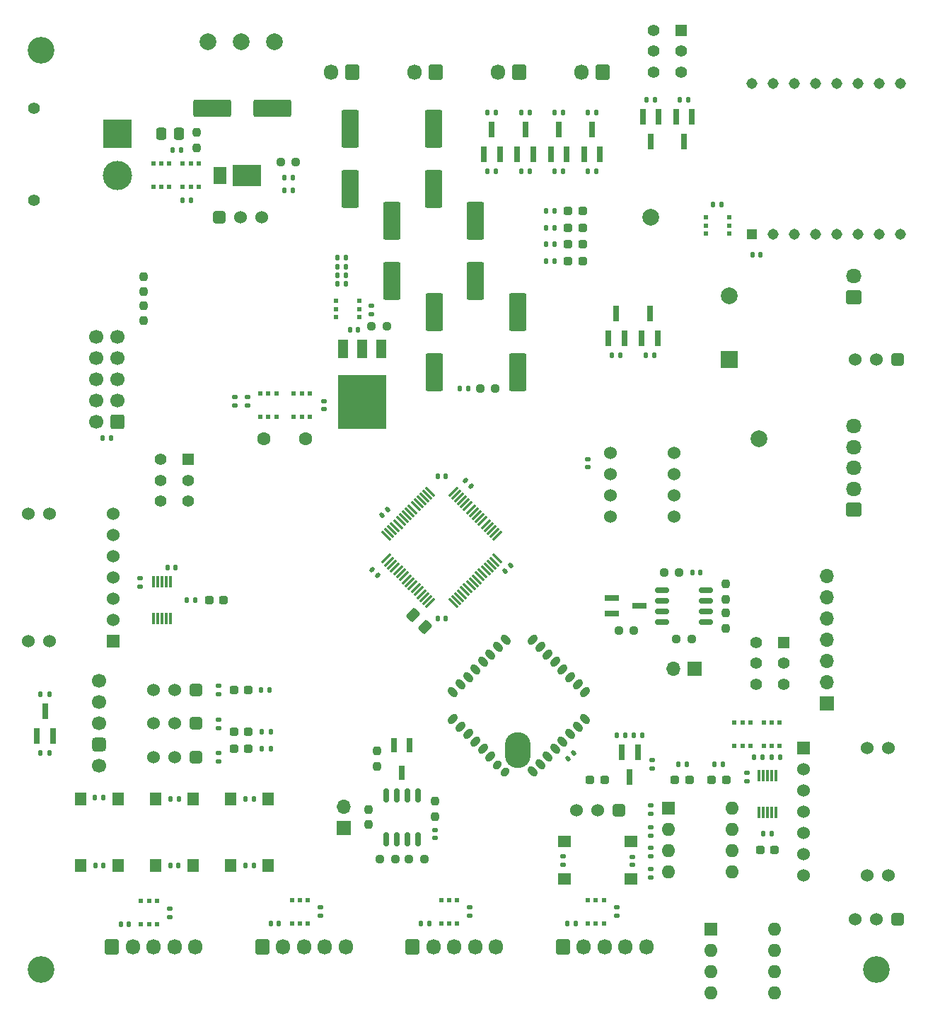
<source format=gbr>
%TF.GenerationSoftware,KiCad,Pcbnew,(6.0.11)*%
%TF.CreationDate,2023-09-12T01:08:27+09:00*%
%TF.ProjectId,Main,4d61696e-2e6b-4696-9361-645f70636258,rev?*%
%TF.SameCoordinates,Original*%
%TF.FileFunction,Soldermask,Top*%
%TF.FilePolarity,Negative*%
%FSLAX46Y46*%
G04 Gerber Fmt 4.6, Leading zero omitted, Abs format (unit mm)*
G04 Created by KiCad (PCBNEW (6.0.11)) date 2023-09-12 01:08:27*
%MOMM*%
%LPD*%
G01*
G04 APERTURE LIST*
G04 Aperture macros list*
%AMRoundRect*
0 Rectangle with rounded corners*
0 $1 Rounding radius*
0 $2 $3 $4 $5 $6 $7 $8 $9 X,Y pos of 4 corners*
0 Add a 4 corners polygon primitive as box body*
4,1,4,$2,$3,$4,$5,$6,$7,$8,$9,$2,$3,0*
0 Add four circle primitives for the rounded corners*
1,1,$1+$1,$2,$3*
1,1,$1+$1,$4,$5*
1,1,$1+$1,$6,$7*
1,1,$1+$1,$8,$9*
0 Add four rect primitives between the rounded corners*
20,1,$1+$1,$2,$3,$4,$5,0*
20,1,$1+$1,$4,$5,$6,$7,0*
20,1,$1+$1,$6,$7,$8,$9,0*
20,1,$1+$1,$8,$9,$2,$3,0*%
%AMHorizOval*
0 Thick line with rounded ends*
0 $1 width*
0 $2 $3 position (X,Y) of the first rounded end (center of the circle)*
0 $4 $5 position (X,Y) of the second rounded end (center of the circle)*
0 Add line between two ends*
20,1,$1,$2,$3,$4,$5,0*
0 Add two circle primitives to create the rounded ends*
1,1,$1,$2,$3*
1,1,$1,$4,$5*%
G04 Aperture macros list end*
%ADD10RoundRect,0.135000X-0.185000X0.135000X-0.185000X-0.135000X0.185000X-0.135000X0.185000X0.135000X0*%
%ADD11RoundRect,0.381000X-0.381000X0.381000X-0.381000X-0.381000X0.381000X-0.381000X0.381000X0.381000X0*%
%ADD12C,1.524000*%
%ADD13RoundRect,0.140000X-0.140000X-0.170000X0.140000X-0.170000X0.140000X0.170000X-0.140000X0.170000X0*%
%ADD14RoundRect,0.140000X-0.219203X-0.021213X-0.021213X-0.219203X0.219203X0.021213X0.021213X0.219203X0*%
%ADD15R,0.800000X1.900000*%
%ADD16RoundRect,0.135000X-0.135000X-0.185000X0.135000X-0.185000X0.135000X0.185000X-0.135000X0.185000X0*%
%ADD17RoundRect,0.140000X0.140000X0.170000X-0.140000X0.170000X-0.140000X-0.170000X0.140000X-0.170000X0*%
%ADD18RoundRect,0.250000X0.600000X0.675000X-0.600000X0.675000X-0.600000X-0.675000X0.600000X-0.675000X0*%
%ADD19O,1.700000X1.850000*%
%ADD20C,2.000000*%
%ADD21RoundRect,0.135000X0.135000X0.185000X-0.135000X0.185000X-0.135000X-0.185000X0.135000X-0.185000X0*%
%ADD22RoundRect,0.140000X-0.170000X0.140000X-0.170000X-0.140000X0.170000X-0.140000X0.170000X0.140000X0*%
%ADD23R,1.600000X1.400000*%
%ADD24RoundRect,0.237500X-0.250000X-0.237500X0.250000X-0.237500X0.250000X0.237500X-0.250000X0.237500X0*%
%ADD25RoundRect,0.135000X0.185000X-0.135000X0.185000X0.135000X-0.185000X0.135000X-0.185000X-0.135000X0*%
%ADD26RoundRect,0.250001X-0.799999X1.999999X-0.799999X-1.999999X0.799999X-1.999999X0.799999X1.999999X0*%
%ADD27RoundRect,0.140000X0.170000X-0.140000X0.170000X0.140000X-0.170000X0.140000X-0.170000X-0.140000X0*%
%ADD28R,0.620000X0.575000*%
%ADD29R,1.700000X1.700000*%
%ADD30O,1.700000X1.700000*%
%ADD31RoundRect,0.250001X-1.999999X-0.799999X1.999999X-0.799999X1.999999X0.799999X-1.999999X0.799999X0*%
%ADD32RoundRect,0.237500X-0.287500X-0.237500X0.287500X-0.237500X0.287500X0.237500X-0.287500X0.237500X0*%
%ADD33RoundRect,0.237500X-0.237500X0.250000X-0.237500X-0.250000X0.237500X-0.250000X0.237500X0.250000X0*%
%ADD34RoundRect,0.237500X0.237500X-0.250000X0.237500X0.250000X-0.237500X0.250000X-0.237500X-0.250000X0*%
%ADD35RoundRect,0.140000X0.021213X-0.219203X0.219203X-0.021213X-0.021213X0.219203X-0.219203X0.021213X0*%
%ADD36R,1.600000X1.600000*%
%ADD37O,1.600000X1.600000*%
%ADD38C,3.200000*%
%ADD39RoundRect,0.237500X0.250000X0.237500X-0.250000X0.237500X-0.250000X-0.237500X0.250000X-0.237500X0*%
%ADD40RoundRect,0.250000X-0.600000X-0.675000X0.600000X-0.675000X0.600000X0.675000X-0.600000X0.675000X0*%
%ADD41RoundRect,0.250001X0.799999X-1.999999X0.799999X1.999999X-0.799999X1.999999X-0.799999X-1.999999X0*%
%ADD42RoundRect,0.237500X0.287500X0.237500X-0.287500X0.237500X-0.287500X-0.237500X0.287500X-0.237500X0*%
%ADD43R,1.400000X1.400000*%
%ADD44C,1.400000*%
%ADD45RoundRect,0.250000X0.675000X-0.600000X0.675000X0.600000X-0.675000X0.600000X-0.675000X-0.600000X0*%
%ADD46O,1.850000X1.700000*%
%ADD47RoundRect,0.140000X-0.021213X0.219203X-0.219203X0.021213X0.021213X-0.219203X0.219203X-0.021213X0*%
%ADD48RoundRect,0.140000X0.219203X0.021213X0.021213X0.219203X-0.219203X-0.021213X-0.021213X-0.219203X0*%
%ADD49R,1.200000X2.200000*%
%ADD50R,5.800000X6.400000*%
%ADD51R,1.524000X1.524000*%
%ADD52RoundRect,0.250000X0.600000X0.600000X-0.600000X0.600000X-0.600000X-0.600000X0.600000X-0.600000X0*%
%ADD53C,1.700000*%
%ADD54RoundRect,0.381000X0.381000X-0.381000X0.381000X0.381000X-0.381000X0.381000X-0.381000X-0.381000X0*%
%ADD55R,1.800000X0.800000*%
%ADD56R,0.800000X1.800000*%
%ADD57R,3.400000X2.600000*%
%ADD58R,1.500000X2.000000*%
%ADD59R,0.300000X1.400000*%
%ADD60R,1.400000X1.600000*%
%ADD61RoundRect,0.075000X-0.548008X0.441942X0.441942X-0.548008X0.548008X-0.441942X-0.441942X0.548008X0*%
%ADD62RoundRect,0.075000X-0.548008X-0.441942X-0.441942X-0.548008X0.548008X0.441942X0.441942X0.548008X0*%
%ADD63RoundRect,0.150000X-0.150000X0.675000X-0.150000X-0.675000X0.150000X-0.675000X0.150000X0.675000X0*%
%ADD64R,3.500000X3.500000*%
%ADD65C,3.500000*%
%ADD66R,0.575000X0.620000*%
%ADD67RoundRect,0.425000X0.425000X0.425000X-0.425000X0.425000X-0.425000X-0.425000X0.425000X-0.425000X0*%
%ADD68R,2.000000X2.000000*%
%ADD69RoundRect,0.250000X0.574524X0.097227X0.097227X0.574524X-0.574524X-0.097227X-0.097227X-0.574524X0*%
%ADD70R,1.308000X1.308000*%
%ADD71C,1.308000*%
%ADD72O,3.100000X4.300000*%
%ADD73HorizOval,0.900000X-0.176777X0.176777X0.176777X-0.176777X0*%
%ADD74HorizOval,0.900000X0.176777X0.176777X-0.176777X-0.176777X0*%
%ADD75HorizOval,0.900000X0.106066X0.106066X-0.106066X-0.106066X0*%
%ADD76RoundRect,0.250000X-0.337500X-0.475000X0.337500X-0.475000X0.337500X0.475000X-0.337500X0.475000X0*%
%ADD77C,1.600000*%
%ADD78RoundRect,0.150000X-0.675000X-0.150000X0.675000X-0.150000X0.675000X0.150000X-0.675000X0.150000X0*%
G04 APERTURE END LIST*
D10*
%TO.C,R47*%
X125210000Y-134860000D03*
X125210000Y-135880000D03*
%TD*%
D11*
%TO.C,SW5*%
X173130000Y-145670000D03*
D12*
X170590000Y-145670000D03*
X168050000Y-145670000D03*
%TD*%
D13*
%TO.C,C2*%
X191450000Y-139340000D03*
X192410000Y-139340000D03*
%TD*%
D14*
%TO.C,C27*%
X154764499Y-106216786D03*
X155443321Y-106895608D03*
%TD*%
D10*
%TO.C,R26*%
X128680000Y-96230000D03*
X128680000Y-97250000D03*
%TD*%
D15*
%TO.C,Q6*%
X175390000Y-138740000D03*
X173490000Y-138740000D03*
X174440000Y-141740000D03*
%TD*%
D16*
%TO.C,R56*%
X180430000Y-60740000D03*
X181450000Y-60740000D03*
%TD*%
D17*
%TO.C,C35*%
X114488656Y-159352000D03*
X113528656Y-159352000D03*
%TD*%
D18*
%TO.C,J14*%
X161190000Y-57390001D03*
D19*
X158690000Y-57390001D03*
%TD*%
D20*
%TO.C,TP4*%
X189940000Y-101240000D03*
%TD*%
D17*
%TO.C,C37*%
X150420000Y-159240000D03*
X149460000Y-159240000D03*
%TD*%
D21*
%TO.C,R46*%
X120450000Y-144330000D03*
X119430000Y-144330000D03*
%TD*%
D22*
%TO.C,C7*%
X115830000Y-117952164D03*
X115830000Y-118912164D03*
%TD*%
D23*
%TO.C,SW4*%
X166590000Y-149420000D03*
X174590000Y-149420000D03*
X166590000Y-153920000D03*
X174590000Y-153920000D03*
%TD*%
D20*
%TO.C,TP2*%
X131940000Y-53740000D03*
%TD*%
D24*
%TO.C,R74*%
X173115000Y-124240000D03*
X174940000Y-124240000D03*
%TD*%
D15*
%TO.C,Q16*%
X177890000Y-62740000D03*
X175990000Y-62740000D03*
X176940000Y-65740000D03*
%TD*%
D21*
%TO.C,R49*%
X129450000Y-144330000D03*
X128430000Y-144330000D03*
%TD*%
D16*
%TO.C,R8*%
X103930000Y-131830000D03*
X104950000Y-131830000D03*
%TD*%
D17*
%TO.C,C33*%
X129420000Y-152330000D03*
X128460000Y-152330000D03*
%TD*%
D24*
%TO.C,R78*%
X180027500Y-125240000D03*
X181852500Y-125240000D03*
%TD*%
D25*
%TO.C,R33*%
X176940000Y-153750000D03*
X176940000Y-152730000D03*
%TD*%
D26*
%TO.C,C14*%
X145940000Y-75140000D03*
X145940000Y-82340000D03*
%TD*%
D20*
%TO.C,TP5*%
X123940000Y-53740000D03*
%TD*%
D27*
%TO.C,C34*%
X151170000Y-149010000D03*
X151170000Y-148050000D03*
%TD*%
D28*
%TO.C,Q11*%
X134230000Y-98628000D03*
X135180000Y-98628000D03*
X136130000Y-98628000D03*
X136130000Y-95852000D03*
X135180000Y-95852000D03*
X134230000Y-95852000D03*
%TD*%
D16*
%TO.C,R51*%
X130430000Y-138330000D03*
X131450000Y-138330000D03*
%TD*%
%TO.C,R42*%
X180225000Y-140240000D03*
X181245000Y-140240000D03*
%TD*%
D25*
%TO.C,R23*%
X177140000Y-140750000D03*
X177140000Y-139730000D03*
%TD*%
D29*
%TO.C,JP3*%
X140170000Y-147805000D03*
D30*
X140170000Y-145265000D03*
%TD*%
D28*
%TO.C,Q18*%
X133990000Y-159240000D03*
X134940000Y-159240000D03*
X135890000Y-159240000D03*
X135890000Y-156464000D03*
X134940000Y-156464000D03*
X133990000Y-156464000D03*
%TD*%
D20*
%TO.C,TP1*%
X127940000Y-53740000D03*
%TD*%
D21*
%TO.C,R12*%
X104950000Y-138830000D03*
X103930000Y-138830000D03*
%TD*%
D31*
%TO.C,C9*%
X124489998Y-61740000D03*
X131689998Y-61740000D03*
%TD*%
D13*
%TO.C,C23*%
X151460000Y-122740000D03*
X152420000Y-122740000D03*
%TD*%
D32*
%TO.C,D16*%
X127065000Y-138330000D03*
X128815000Y-138330000D03*
%TD*%
D25*
%TO.C,R21*%
X166440000Y-152250000D03*
X166440000Y-151230000D03*
%TD*%
D33*
%TO.C,R11*%
X116240000Y-85327500D03*
X116240000Y-87152500D03*
%TD*%
D34*
%TO.C,R55*%
X151170000Y-146442500D03*
X151170000Y-144617500D03*
%TD*%
D32*
%TO.C,D13*%
X179860000Y-142040000D03*
X181610000Y-142040000D03*
%TD*%
D35*
%TO.C,C30*%
X144800589Y-110379411D03*
X145479411Y-109700589D03*
%TD*%
D25*
%TO.C,R59*%
X137400000Y-158362000D03*
X137400000Y-157342000D03*
%TD*%
D17*
%TO.C,C36*%
X132440000Y-159240000D03*
X131480000Y-159240000D03*
%TD*%
D36*
%TO.C,SW13*%
X184140000Y-159940000D03*
D37*
X184140000Y-162480000D03*
X184140000Y-165020000D03*
X184140000Y-167560000D03*
X191760000Y-167560000D03*
X191760000Y-165020000D03*
X191760000Y-162480000D03*
X191760000Y-159940000D03*
%TD*%
D21*
%TO.C,R28*%
X140450000Y-80680000D03*
X139430000Y-80680000D03*
%TD*%
D38*
%TO.C,H4*%
X103940000Y-164740000D03*
%TD*%
D22*
%TO.C,C32*%
X169440000Y-103700000D03*
X169440000Y-104660000D03*
%TD*%
D35*
%TO.C,C24*%
X167013223Y-139493223D03*
X167692045Y-138814401D03*
%TD*%
D25*
%TO.C,R64*%
X172850000Y-158362000D03*
X172850000Y-157342000D03*
%TD*%
D16*
%TO.C,R38*%
X110430000Y-144180000D03*
X111450000Y-144180000D03*
%TD*%
%TO.C,R41*%
X154122718Y-95240000D03*
X155142718Y-95240000D03*
%TD*%
D15*
%TO.C,Q13*%
X175890000Y-89240000D03*
X177790000Y-89240000D03*
X176840000Y-86240000D03*
%TD*%
D36*
%TO.C,SW6*%
X179100000Y-145440000D03*
D37*
X179100000Y-147980000D03*
X179100000Y-150520000D03*
X179100000Y-153060000D03*
X186720000Y-153060000D03*
X186720000Y-150520000D03*
X186720000Y-147980000D03*
X186720000Y-145440000D03*
%TD*%
D16*
%TO.C,R57*%
X176430000Y-60740000D03*
X177450000Y-60740000D03*
%TD*%
D39*
%TO.C,R75*%
X180352500Y-117240000D03*
X178527500Y-117240000D03*
%TD*%
D17*
%TO.C,C8*%
X112320000Y-101140000D03*
X111360000Y-101140000D03*
%TD*%
D15*
%TO.C,Q23*%
X164990000Y-67240000D03*
X166890000Y-67240000D03*
X165940000Y-64240000D03*
%TD*%
D40*
%TO.C,J7*%
X130440000Y-162090000D03*
D19*
X132940000Y-162090000D03*
X135440000Y-162090000D03*
X137940000Y-162090000D03*
X140440000Y-162090000D03*
%TD*%
D34*
%TO.C,R62*%
X143170000Y-147442500D03*
X143170000Y-145617500D03*
%TD*%
D41*
%TO.C,C10*%
X140940000Y-71340000D03*
X140940000Y-64140000D03*
%TD*%
D42*
%TO.C,D10*%
X168815000Y-78010000D03*
X167065000Y-78010000D03*
%TD*%
D43*
%TO.C,SW14*%
X180590000Y-52392501D03*
D44*
X180590000Y-54892501D03*
X180590000Y-57392501D03*
X177290000Y-52392501D03*
X177290000Y-54892501D03*
X177290000Y-57392501D03*
%TD*%
D45*
%TO.C,J10*%
X201290000Y-109740000D03*
D46*
X201290000Y-107240000D03*
X201290000Y-104740000D03*
X201290000Y-102240000D03*
X201290000Y-99740000D03*
%TD*%
D47*
%TO.C,C22*%
X160219411Y-116440589D03*
X159540589Y-117119411D03*
%TD*%
D25*
%TO.C,R30*%
X176940000Y-146103641D03*
X176940000Y-145083641D03*
%TD*%
D11*
%TO.C,SW10*%
X122480000Y-135330000D03*
D12*
X119940000Y-135330000D03*
X117400000Y-135330000D03*
%TD*%
D11*
%TO.C,SW15*%
X206480000Y-91740000D03*
D12*
X203940000Y-91740000D03*
X201400000Y-91740000D03*
%TD*%
D16*
%TO.C,R39*%
X130340000Y-131330000D03*
X131360000Y-131330000D03*
%TD*%
D13*
%TO.C,C21*%
X151460000Y-105740000D03*
X152420000Y-105740000D03*
%TD*%
D42*
%TO.C,D1*%
X191805000Y-150420000D03*
X190055000Y-150420000D03*
%TD*%
D45*
%TO.C,J12*%
X201290000Y-84290000D03*
D46*
X201290000Y-81790000D03*
%TD*%
D25*
%TO.C,R58*%
X119390000Y-158473500D03*
X119390000Y-157453500D03*
%TD*%
D16*
%TO.C,R53*%
X172330000Y-91240000D03*
X173350000Y-91240000D03*
%TD*%
D25*
%TO.C,R32*%
X176940000Y-151250000D03*
X176940000Y-150230000D03*
%TD*%
D48*
%TO.C,C28*%
X144279411Y-117579411D03*
X143600589Y-116900589D03*
%TD*%
D17*
%TO.C,C38*%
X167940000Y-159240000D03*
X166980000Y-159240000D03*
%TD*%
D13*
%TO.C,C15*%
X133140000Y-71510000D03*
X134100000Y-71510000D03*
%TD*%
D32*
%TO.C,D15*%
X127065000Y-136330000D03*
X128815000Y-136330000D03*
%TD*%
D42*
%TO.C,D8*%
X168815000Y-74010000D03*
X167065000Y-74010000D03*
%TD*%
D15*
%TO.C,Q12*%
X171890000Y-89240000D03*
X173790000Y-89240000D03*
X172840000Y-86240000D03*
%TD*%
D28*
%TO.C,Q1*%
X117440000Y-71128000D03*
X118390000Y-71128000D03*
X119340000Y-71128000D03*
X119340000Y-68352000D03*
X118390000Y-68352000D03*
X117440000Y-68352000D03*
%TD*%
D16*
%TO.C,R43*%
X184600000Y-140240000D03*
X185620000Y-140240000D03*
%TD*%
D21*
%TO.C,R52*%
X177350000Y-91240000D03*
X176330000Y-91240000D03*
%TD*%
D16*
%TO.C,R4*%
X120930000Y-72740000D03*
X121950000Y-72740000D03*
%TD*%
D24*
%TO.C,R17*%
X143527500Y-87796585D03*
X145352500Y-87796585D03*
%TD*%
D21*
%TO.C,R18*%
X140450000Y-82740000D03*
X139430000Y-82740000D03*
%TD*%
D41*
%TO.C,C17*%
X161040000Y-93340000D03*
X161040000Y-86140000D03*
%TD*%
D10*
%TO.C,R40*%
X125210000Y-130820000D03*
X125210000Y-131840000D03*
%TD*%
D49*
%TO.C,U4*%
X144720000Y-90540000D03*
D50*
X142440000Y-96840000D03*
D49*
X142440000Y-90540000D03*
X140160000Y-90540000D03*
%TD*%
D26*
%TO.C,C16*%
X151040000Y-86140000D03*
X151040000Y-93340000D03*
%TD*%
D29*
%TO.C,JP1*%
X182215000Y-128740000D03*
D30*
X179675000Y-128740000D03*
%TD*%
D17*
%TO.C,C31*%
X120420000Y-152330000D03*
X119460000Y-152330000D03*
%TD*%
D33*
%TO.C,R54*%
X144170000Y-138617500D03*
X144170000Y-140442500D03*
%TD*%
D28*
%TO.C,Q4*%
X192380000Y-135202000D03*
X191430000Y-135202000D03*
X190480000Y-135202000D03*
X190480000Y-137978000D03*
X191430000Y-137978000D03*
X192380000Y-137978000D03*
%TD*%
D16*
%TO.C,R19*%
X172930000Y-136740000D03*
X173950000Y-136740000D03*
%TD*%
D12*
%TO.C,J1*%
X195250000Y-145835000D03*
X195250000Y-153455000D03*
D51*
X195250000Y-138215000D03*
D12*
X195250000Y-148375000D03*
X195250000Y-143295000D03*
X195250000Y-140755000D03*
X195250000Y-150915000D03*
X202870000Y-153455000D03*
X202870000Y-138215000D03*
X205410000Y-153455000D03*
X205410000Y-138215000D03*
%TD*%
D52*
%TO.C,J5*%
X113137500Y-99240000D03*
D53*
X110597500Y-99240000D03*
X113137500Y-96700000D03*
X110597500Y-96700000D03*
X113137500Y-94160000D03*
X110597500Y-94160000D03*
X113137500Y-91620000D03*
X110597500Y-91620000D03*
X113137500Y-89080000D03*
X110597500Y-89080000D03*
%TD*%
D32*
%TO.C,D12*%
X127065000Y-131330000D03*
X128815000Y-131330000D03*
%TD*%
D54*
%TO.C,U3*%
X125350000Y-74740000D03*
D12*
X127890000Y-74740000D03*
X130430000Y-74740000D03*
%TD*%
D18*
%TO.C,J11*%
X141190000Y-57390000D03*
D19*
X138690000Y-57390000D03*
%TD*%
D16*
%TO.C,R6*%
X119680000Y-66740000D03*
X120700000Y-66740000D03*
%TD*%
D28*
%TO.C,Q5*%
X186980000Y-137978000D03*
X187930000Y-137978000D03*
X188880000Y-137978000D03*
X188880000Y-135202000D03*
X187930000Y-135202000D03*
X186980000Y-135202000D03*
%TD*%
D25*
%TO.C,R31*%
X176940000Y-148750000D03*
X176940000Y-147730000D03*
%TD*%
D16*
%TO.C,R14*%
X189285000Y-139340000D03*
X190305000Y-139340000D03*
%TD*%
D28*
%TO.C,Q3*%
X122840000Y-68352000D03*
X121890000Y-68352000D03*
X120940000Y-68352000D03*
X120940000Y-71128000D03*
X121890000Y-71128000D03*
X122840000Y-71128000D03*
%TD*%
D55*
%TO.C,Q26*%
X172290000Y-120290000D03*
X172290000Y-122190000D03*
X175590000Y-121240000D03*
%TD*%
D38*
%TO.C,H3*%
X103940000Y-54740000D03*
%TD*%
D13*
%TO.C,C39*%
X189150000Y-79220000D03*
X190110000Y-79220000D03*
%TD*%
D16*
%TO.C,R73*%
X184430000Y-73240000D03*
X185450000Y-73240000D03*
%TD*%
D21*
%TO.C,R65*%
X158450000Y-69240000D03*
X157430000Y-69240000D03*
%TD*%
D12*
%TO.C,U7*%
X172130000Y-105470000D03*
X179750000Y-105470000D03*
X172130000Y-102930000D03*
X179750000Y-110550000D03*
X179750000Y-108010000D03*
X172130000Y-110550000D03*
X172130000Y-108010000D03*
X179750000Y-102930000D03*
%TD*%
D32*
%TO.C,D14*%
X184235000Y-142040000D03*
X185985000Y-142040000D03*
%TD*%
D43*
%TO.C,SW2*%
X192880000Y-125632500D03*
D44*
X192880000Y-128132500D03*
X192880000Y-130632500D03*
X189580000Y-125632500D03*
X189580000Y-128132500D03*
X189580000Y-130632500D03*
%TD*%
D21*
%TO.C,R15*%
X134140000Y-69990000D03*
X133120000Y-69990000D03*
%TD*%
%TO.C,R27*%
X140450000Y-81710000D03*
X139430000Y-81710000D03*
%TD*%
D56*
%TO.C,Q14*%
X148120000Y-137880000D03*
X146220000Y-137880000D03*
X147170000Y-141180000D03*
%TD*%
D57*
%TO.C,D4*%
X128650000Y-69740000D03*
D58*
X125430000Y-69740000D03*
%TD*%
D13*
%TO.C,C6*%
X119100000Y-116650000D03*
X120060000Y-116650000D03*
%TD*%
D59*
%TO.C,U2*%
X117440000Y-122740000D03*
X117940000Y-122740000D03*
X118440000Y-122740000D03*
X118940000Y-122740000D03*
X119440000Y-122740000D03*
X119440000Y-118340000D03*
X118940000Y-118340000D03*
X118440000Y-118340000D03*
X117940000Y-118340000D03*
X117440000Y-118340000D03*
%TD*%
D33*
%TO.C,R10*%
X116240000Y-81827500D03*
X116240000Y-83652500D03*
%TD*%
D60*
%TO.C,SW9*%
X117690000Y-144330000D03*
X117690000Y-152330000D03*
X122190000Y-152330000D03*
X122190000Y-144330000D03*
%TD*%
D21*
%TO.C,R35*%
X165450000Y-76010000D03*
X164430000Y-76010000D03*
%TD*%
D16*
%TO.C,R69*%
X157430000Y-62240000D03*
X158450000Y-62240000D03*
%TD*%
D17*
%TO.C,C26*%
X111420000Y-152330000D03*
X110460000Y-152330000D03*
%TD*%
D21*
%TO.C,R66*%
X162450000Y-69240000D03*
X161430000Y-69240000D03*
%TD*%
D61*
%TO.C,U6*%
X150578819Y-107575519D03*
X150225266Y-107929072D03*
X149871713Y-108282625D03*
X149518159Y-108636179D03*
X149164606Y-108989732D03*
X148811052Y-109343286D03*
X148457499Y-109696839D03*
X148103946Y-110050392D03*
X147750392Y-110403946D03*
X147396839Y-110757499D03*
X147043286Y-111111052D03*
X146689732Y-111464606D03*
X146336179Y-111818159D03*
X145982625Y-112171713D03*
X145629072Y-112525266D03*
X145275519Y-112878819D03*
D62*
X145275519Y-115601181D03*
X145629072Y-115954734D03*
X145982625Y-116308287D03*
X146336179Y-116661841D03*
X146689732Y-117015394D03*
X147043286Y-117368948D03*
X147396839Y-117722501D03*
X147750392Y-118076054D03*
X148103946Y-118429608D03*
X148457499Y-118783161D03*
X148811052Y-119136714D03*
X149164606Y-119490268D03*
X149518159Y-119843821D03*
X149871713Y-120197375D03*
X150225266Y-120550928D03*
X150578819Y-120904481D03*
D61*
X153301181Y-120904481D03*
X153654734Y-120550928D03*
X154008287Y-120197375D03*
X154361841Y-119843821D03*
X154715394Y-119490268D03*
X155068948Y-119136714D03*
X155422501Y-118783161D03*
X155776054Y-118429608D03*
X156129608Y-118076054D03*
X156483161Y-117722501D03*
X156836714Y-117368948D03*
X157190268Y-117015394D03*
X157543821Y-116661841D03*
X157897375Y-116308287D03*
X158250928Y-115954734D03*
X158604481Y-115601181D03*
D62*
X158604481Y-112878819D03*
X158250928Y-112525266D03*
X157897375Y-112171713D03*
X157543821Y-111818159D03*
X157190268Y-111464606D03*
X156836714Y-111111052D03*
X156483161Y-110757499D03*
X156129608Y-110403946D03*
X155776054Y-110050392D03*
X155422501Y-109696839D03*
X155068948Y-109343286D03*
X154715394Y-108989732D03*
X154361841Y-108636179D03*
X154008287Y-108282625D03*
X153654734Y-107929072D03*
X153301181Y-107575519D03*
%TD*%
D10*
%TO.C,R29*%
X143530000Y-85313641D03*
X143530000Y-86333641D03*
%TD*%
D59*
%TO.C,U1*%
X189940000Y-145940000D03*
X190440000Y-145940000D03*
X190940000Y-145940000D03*
X191440000Y-145940000D03*
X191940000Y-145940000D03*
X191940000Y-141540000D03*
X191440000Y-141540000D03*
X190940000Y-141540000D03*
X190440000Y-141540000D03*
X189940000Y-141540000D03*
%TD*%
D63*
%TO.C,U8*%
X149075000Y-143905000D03*
X147805000Y-143905000D03*
X146535000Y-143905000D03*
X145265000Y-143905000D03*
X145265000Y-149155000D03*
X146535000Y-149155000D03*
X147805000Y-149155000D03*
X149075000Y-149155000D03*
%TD*%
D21*
%TO.C,R22*%
X175950000Y-136740000D03*
X174930000Y-136740000D03*
%TD*%
D22*
%TO.C,C25*%
X137800000Y-96760000D03*
X137800000Y-97720000D03*
%TD*%
D21*
%TO.C,R37*%
X165450000Y-80010000D03*
X164430000Y-80010000D03*
%TD*%
D28*
%TO.C,Q17*%
X115940000Y-159351500D03*
X116890000Y-159351500D03*
X117840000Y-159351500D03*
X117840000Y-156575500D03*
X116890000Y-156575500D03*
X115940000Y-156575500D03*
%TD*%
D21*
%TO.C,R67*%
X166450000Y-69240000D03*
X165430000Y-69240000D03*
%TD*%
D10*
%TO.C,R24*%
X127180000Y-96230000D03*
X127180000Y-97250000D03*
%TD*%
D40*
%TO.C,J6*%
X112440000Y-162090000D03*
D19*
X114940000Y-162090000D03*
X117440000Y-162090000D03*
X119940000Y-162090000D03*
X122440000Y-162090000D03*
%TD*%
D34*
%TO.C,R77*%
X185940000Y-120452500D03*
X185940000Y-118627500D03*
%TD*%
D43*
%TO.C,SW16*%
X121590000Y-103740000D03*
D44*
X121590000Y-106240000D03*
X121590000Y-108740000D03*
X118290000Y-103740000D03*
X118290000Y-106240000D03*
X118290000Y-108740000D03*
%TD*%
D42*
%TO.C,D3*%
X125840000Y-120540000D03*
X124090000Y-120540000D03*
%TD*%
D16*
%TO.C,R3*%
X190410000Y-148540000D03*
X191430000Y-148540000D03*
%TD*%
D60*
%TO.C,SW12*%
X126690000Y-144330000D03*
X126690000Y-152330000D03*
X131190000Y-144330000D03*
X131190000Y-152330000D03*
%TD*%
D24*
%TO.C,R20*%
X156527500Y-95240000D03*
X158352500Y-95240000D03*
%TD*%
D25*
%TO.C,R63*%
X155290000Y-158362000D03*
X155290000Y-157342000D03*
%TD*%
D22*
%TO.C,C3*%
X188440000Y-141260000D03*
X188440000Y-142220000D03*
%TD*%
D21*
%TO.C,R25*%
X140450000Y-79620000D03*
X139430000Y-79620000D03*
%TD*%
D20*
%TO.C,TP3*%
X176940000Y-74740000D03*
%TD*%
D26*
%TO.C,C12*%
X155940000Y-75140000D03*
X155940000Y-82340000D03*
%TD*%
D21*
%TO.C,R34*%
X165450000Y-74010000D03*
X164430000Y-74010000D03*
%TD*%
%TO.C,R9*%
X122450000Y-120540000D03*
X121430000Y-120540000D03*
%TD*%
D13*
%TO.C,C20*%
X140960000Y-88240000D03*
X141920000Y-88240000D03*
%TD*%
D21*
%TO.C,R36*%
X165450000Y-78010000D03*
X164430000Y-78010000D03*
%TD*%
D44*
%TO.C,J3*%
X103115000Y-72740000D03*
X103115000Y-61740000D03*
D64*
X113115000Y-64740000D03*
D65*
X113115000Y-69740000D03*
%TD*%
D24*
%TO.C,R60*%
X144527500Y-151530000D03*
X146352500Y-151530000D03*
%TD*%
D42*
%TO.C,D9*%
X168815000Y-76010000D03*
X167065000Y-76010000D03*
%TD*%
D24*
%TO.C,R16*%
X132647500Y-68150000D03*
X134472500Y-68150000D03*
%TD*%
D18*
%TO.C,J13*%
X151190000Y-57390000D03*
D19*
X148690000Y-57390000D03*
%TD*%
D28*
%TO.C,Q19*%
X151880000Y-159240000D03*
X152830000Y-159240000D03*
X153780000Y-159240000D03*
X153780000Y-156464000D03*
X152830000Y-156464000D03*
X151880000Y-156464000D03*
%TD*%
D42*
%TO.C,D11*%
X168815000Y-80010000D03*
X167065000Y-80010000D03*
%TD*%
D38*
%TO.C,H5*%
X203940000Y-164740000D03*
%TD*%
D66*
%TO.C,Q9*%
X139302000Y-84790000D03*
X139302000Y-85740000D03*
X139302000Y-86690000D03*
X142078000Y-86690000D03*
X142078000Y-85740000D03*
X142078000Y-84790000D03*
%TD*%
D16*
%TO.C,R72*%
X169430000Y-62240000D03*
X170450000Y-62240000D03*
%TD*%
D40*
%TO.C,J8*%
X148440000Y-162090000D03*
D19*
X150940000Y-162090000D03*
X153440000Y-162090000D03*
X155940000Y-162090000D03*
X158440000Y-162090000D03*
%TD*%
D67*
%TO.C,SW1*%
X110940000Y-137870000D03*
D53*
X110940000Y-135330000D03*
X110940000Y-132790000D03*
X110940000Y-140410000D03*
X110940000Y-130250000D03*
%TD*%
D41*
%TO.C,C13*%
X150940000Y-71340000D03*
X150940000Y-64140000D03*
%TD*%
D15*
%TO.C,Q24*%
X168990000Y-67240000D03*
X170890000Y-67240000D03*
X169940000Y-64240000D03*
%TD*%
D68*
%TO.C,LS1*%
X186340000Y-91740000D03*
D20*
X186340000Y-84140000D03*
%TD*%
D15*
%TO.C,Q21*%
X156990000Y-67240000D03*
X158890000Y-67240000D03*
X157940000Y-64240000D03*
%TD*%
D11*
%TO.C,SW11*%
X122480000Y-139330000D03*
D12*
X119940000Y-139330000D03*
X117400000Y-139330000D03*
%TD*%
D69*
%TO.C,C29*%
X149973623Y-123773623D03*
X148506377Y-122306377D03*
%TD*%
D70*
%TO.C,U9*%
X189050000Y-76757000D03*
D71*
X191590000Y-76757000D03*
X194130000Y-76757000D03*
X196670000Y-76757000D03*
X199210000Y-76757000D03*
X201750000Y-76757000D03*
X204290000Y-76757000D03*
X206830000Y-76757000D03*
X206830000Y-58723000D03*
X204290000Y-58723000D03*
X201750000Y-58723000D03*
X199210000Y-58723000D03*
X196670000Y-58723000D03*
X194130000Y-58723000D03*
X191590000Y-58723000D03*
X189050000Y-58723000D03*
%TD*%
D72*
%TO.C,U5*%
X161048579Y-138544012D03*
D73*
X162809275Y-141075454D03*
X163707300Y-140177428D03*
X164605326Y-139279403D03*
X165503351Y-138381377D03*
X166401377Y-137483351D03*
X167299403Y-136585326D03*
X168197428Y-135687300D03*
X169095454Y-134789275D03*
D74*
X169095454Y-131550725D03*
X168197428Y-130652700D03*
X167299403Y-129754674D03*
X166401377Y-128856649D03*
X165503351Y-127958623D03*
X164605326Y-127060597D03*
X163707300Y-126162572D03*
X162809275Y-125264546D03*
D73*
X159570725Y-125264546D03*
X158672700Y-126162572D03*
X157774674Y-127060597D03*
X156876649Y-127958623D03*
X155978623Y-128856649D03*
X155080597Y-129754674D03*
X154182572Y-130652700D03*
X153284546Y-131550725D03*
D74*
X153284546Y-134789275D03*
X154182572Y-135687300D03*
X155080597Y-136585326D03*
X155978623Y-137483351D03*
X156876649Y-138381377D03*
X157774674Y-139279403D03*
D75*
X158601989Y-140248139D03*
X159500015Y-141146164D03*
%TD*%
D15*
%TO.C,Q2*%
X103490000Y-136830000D03*
X105390000Y-136830000D03*
X104440000Y-133830000D03*
%TD*%
D76*
%TO.C,C4*%
X118402500Y-64740000D03*
X120477500Y-64740000D03*
%TD*%
D77*
%TO.C,C19*%
X130680000Y-101240000D03*
X135680000Y-101240000D03*
%TD*%
D11*
%TO.C,SW7*%
X122480000Y-131330000D03*
D12*
X119940000Y-131330000D03*
X117400000Y-131330000D03*
%TD*%
D78*
%TO.C,U10*%
X178315000Y-119335000D03*
X178315000Y-120605000D03*
X178315000Y-121875000D03*
X178315000Y-123145000D03*
X183565000Y-123145000D03*
X183565000Y-121875000D03*
X183565000Y-120605000D03*
X183565000Y-119335000D03*
%TD*%
D16*
%TO.C,R50*%
X130430000Y-136330000D03*
X131450000Y-136330000D03*
%TD*%
D40*
%TO.C,J9*%
X166440000Y-162090000D03*
D19*
X168940000Y-162090000D03*
X171440000Y-162090000D03*
X173940000Y-162090000D03*
X176440000Y-162090000D03*
%TD*%
D66*
%TO.C,Q25*%
X186328000Y-76690000D03*
X186328000Y-75740000D03*
X186328000Y-74790000D03*
X183552000Y-74790000D03*
X183552000Y-75740000D03*
X183552000Y-76690000D03*
%TD*%
D15*
%TO.C,Q22*%
X160990000Y-67240000D03*
X162890000Y-67240000D03*
X161940000Y-64240000D03*
%TD*%
D22*
%TO.C,C18*%
X174740000Y-151260000D03*
X174740000Y-152220000D03*
%TD*%
D34*
%TO.C,R13*%
X122600000Y-66442500D03*
X122600000Y-64617500D03*
%TD*%
D16*
%TO.C,R71*%
X165430000Y-62240000D03*
X166450000Y-62240000D03*
%TD*%
D11*
%TO.C,SW3*%
X206480000Y-158740000D03*
D12*
X203940000Y-158740000D03*
X201400000Y-158740000D03*
%TD*%
D16*
%TO.C,R70*%
X161430000Y-62240000D03*
X162450000Y-62240000D03*
%TD*%
D32*
%TO.C,D6*%
X169715000Y-142040000D03*
X171465000Y-142040000D03*
%TD*%
D17*
%TO.C,C40*%
X182920000Y-117240000D03*
X181960000Y-117240000D03*
%TD*%
D28*
%TO.C,Q20*%
X169440000Y-159240000D03*
X170390000Y-159240000D03*
X171340000Y-159240000D03*
X171340000Y-156464000D03*
X170390000Y-156464000D03*
X169440000Y-156464000D03*
%TD*%
D12*
%TO.C,J4*%
X112630000Y-110240000D03*
X112630000Y-117860000D03*
D51*
X112630000Y-125480000D03*
D12*
X112630000Y-115320000D03*
X112630000Y-120400000D03*
X112630000Y-122940000D03*
X112630000Y-112780000D03*
X105010000Y-125480000D03*
X105010000Y-110240000D03*
X102470000Y-125480000D03*
X102470000Y-110240000D03*
%TD*%
D10*
%TO.C,R48*%
X125210000Y-138820000D03*
X125210000Y-139840000D03*
%TD*%
D34*
%TO.C,R76*%
X185940000Y-123907224D03*
X185940000Y-122082224D03*
%TD*%
D28*
%TO.C,Q8*%
X132130000Y-95852000D03*
X131180000Y-95852000D03*
X130230000Y-95852000D03*
X130230000Y-98628000D03*
X131180000Y-98628000D03*
X132130000Y-98628000D03*
%TD*%
D15*
%TO.C,Q15*%
X181890000Y-62740000D03*
X179990000Y-62740000D03*
X180940000Y-65740000D03*
%TD*%
D24*
%TO.C,R61*%
X148027500Y-151530000D03*
X149852500Y-151530000D03*
%TD*%
D21*
%TO.C,R68*%
X170450000Y-69240000D03*
X169430000Y-69240000D03*
%TD*%
D60*
%TO.C,SW8*%
X113190000Y-144330000D03*
X113190000Y-152330000D03*
X108690000Y-144330000D03*
X108690000Y-152330000D03*
%TD*%
D18*
%TO.C,J15*%
X171190000Y-57390001D03*
D19*
X168690000Y-57390001D03*
%TD*%
D29*
%TO.C,J2*%
X198040000Y-132890000D03*
D30*
X198040000Y-130350000D03*
X198040000Y-127810000D03*
X198040000Y-125270000D03*
X198040000Y-122730000D03*
X198040000Y-120190000D03*
X198040000Y-117650000D03*
%TD*%
M02*

</source>
